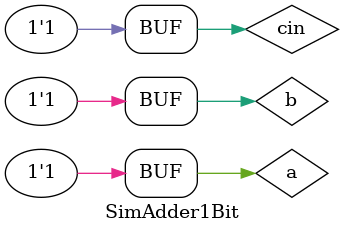
<source format=sv>
`timescale 1ns / 1ps


module SimAdder1Bit();
    
    logic a,b,cin;
    logic s,cout;
    
    FullAdder1Bit adderDUT(a,b,cin,s,cout);
    
    initial begin
    a = 0; b = 0; cin = 0; #5;
    if((cout !== 0) | (s !== 0)) $display("test at 000 has wrong results.");
    
    a = 0; b = 0; cin = 1; #5;
    if((cout !== 0) | (s !== 1)) $display("test at 001 has wrong results.");
        
    a = 0; b = 1; cin = 0; #5;
    if((cout !== 0) | (s !== 1)) $display("test at 010 has wrong results.");
    
    a = 0; b = 1; cin = 1; #5;
    if((cout !== 1) | (s !== 0)) $display("test at 011 has wrong results.");
    
    a = 1; b = 0; cin = 0; #5;
    if((cout !== 0) | (s !== 1)) $display("test at 100 has wrong results.");
            
    a = 1; b = 0; cin = 1; #5;
    if((cout !== 1) | (s !== 0)) $display("test at 101 has wrong results.");
    
    a = 1; b = 1; cin = 0; #5;
    if((cout !== 1) | (s !== 0)) $display("test at 110 has wrong results.");
          
    a = 1; b = 1; cin = 1; #5;
    if((cout !== 1) | (s !== 1)) $display("test at 111 has wrong results.");
    end
    
endmodule

</source>
